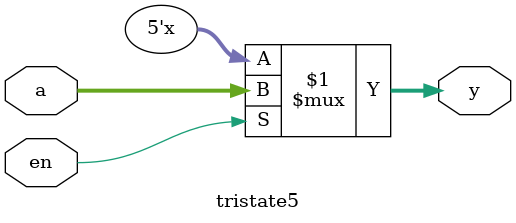
<source format=sv>
module tristate5(input logic [4:0] a, input logic en, output tri [4:0] y);

assign y = en ? a : 5'bz;
endmodule	
</source>
